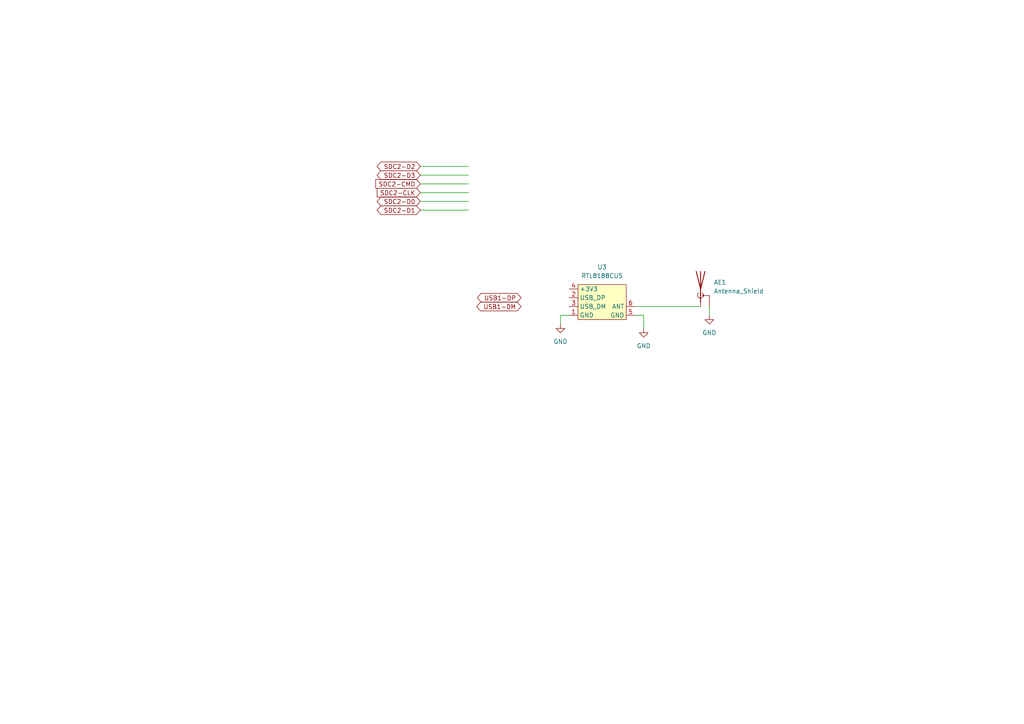
<source format=kicad_sch>
(kicad_sch (version 20211123) (generator eeschema)
  (paper "A4")
  (lib_symbols
    (symbol "Device:Antenna_Shield" (pin_numbers hide) (pin_names (offset 1.016) hide)
      (property "Reference" "AE" (at -1.905 4.445 0))
      (property "Value" "Antenna_Shield" (at -1.905 2.54 0))
      (symbol "Antenna_Shield_0_1"
        (arc (start -0.508 -1.143) (mid -0.8485 -2.1032) (end 0 -2.667))
        (arc (start 0 -2.667) (mid 0.8047 -2.0885) (end 0.508 -1.143))
        (polyline (pts (xy 0 -2.54) (xy 0 0)))
        (polyline (pts (xy 0 5.08) (xy 0 -3.81)) (stroke (width 0.254)))
        (polyline (pts (xy 0.762 -1.905) (xy 2.54 -1.905)))
        (polyline (pts (xy 2.54 -2.54) (xy 2.54 -1.905)))
        (polyline (pts (xy 1.27 5.08) (xy 0 0) (xy -1.27 5.08)) (stroke (width 0.254)))
        (circle (center 0.762 -1.905) (radius 0.1778) (fill (type outline)))
      )
      (symbol "Antenna_Shield_1_1"
        (pin input line (at 0 -5.08 90) (length 2.54) (name "A") (number "1"))
        (pin input line (at 2.54 -5.08 90) (length 2.54) (name "Shield") (number "2"))
      )
    )
    (symbol "power:GND" (power) (pin_names (offset 0))
      (property "Value" "GND" (at 0 -3.81 0))
      (symbol "GND_0_1"
        (polyline (pts (xy 0 0) (xy 0 -1.27) (xy 1.27 -1.27) (xy 0 -2.54) (xy -1.27 -1.27) (xy 0 -1.27)))
      )
      (symbol "GND_1_1"
        (pin power_in line (at 0 0 270) (length 0) hide (name "GND") (number "1"))
      )
    )
    (symbol "wifi:RTL8188CUS"
      (property "Reference" "U" (at -5.08 2.54 0))
      (property "Value" "RTL8188CUS" (at 6.35 2.54 0))
      (symbol "RTL8188CUS_0_1"
        (rectangle (start -7.62 0) (end 6.35 -10.16) (stroke (width 0.1524)) (fill (type background)))
      )
      (symbol "RTL8188CUS_1_1"
        (pin power_in line (at -10.16 -8.89 0) (length 2.54) (name "GND") (number "1"))
        (pin bidirectional line (at -10.16 -3.81 0) (length 2.54) (name "USB_DP") (number "2"))
        (pin bidirectional line (at -10.16 -6.35 0) (length 2.54) (name "USB_DM") (number "3"))
        (pin power_in line (at -10.16 -1.27 0) (length 2.54) (name "+3V3") (number "4"))
        (pin power_in line (at 8.89 -8.89 180) (length 2.54) (name "GND") (number "5"))
        (pin output line (at 8.89 -6.35 180) (length 2.54) (name "ANT") (number "6"))
      )
    )
  )
  (wire (pts (xy 165.1 91.44) (xy 162.56 91.44)))
  (wire (pts (xy 162.56 91.44) (xy 162.56 93.98)))
  (wire (pts (xy 121.92 60.96) (xy 135.89 60.96)))
  (wire (pts (xy 121.92 53.34) (xy 135.89 53.34)))
  (wire (pts (xy 121.92 55.88) (xy 135.89 55.88)))
  (wire (pts (xy 121.92 58.42) (xy 135.89 58.42)))
  (wire (pts (xy 121.92 48.26) (xy 135.89 48.26)))
  (wire (pts (xy 205.74 88.9) (xy 205.74 91.44)))
  (wire (pts (xy 184.15 91.44) (xy 186.69 91.44)))
  (wire (pts (xy 186.69 91.44) (xy 186.69 95.25)))
  (wire (pts (xy 121.92 50.8) (xy 135.89 50.8)))
  (wire (pts (xy 184.15 88.9) (xy 203.2 88.9)))
  (global_label "USB1-DP" (shape bidirectional) (at 151.13 86.36 180) (property "Intersheet References" "${INTERSHEET_REFS}" (effects hide)))
  (global_label "SDC2-D1" (shape bidirectional) (at 121.92 60.96 180) (property "Intersheet References" "${INTERSHEET_REFS}" (effects hide)))
  (global_label "USB1-DM" (shape bidirectional) (at 151.13 88.9 180) (property "Intersheet References" "${INTERSHEET_REFS}" (effects hide)))
  (global_label "SDC2-D3" (shape bidirectional) (at 121.92 50.8 180) (property "Intersheet References" "${INTERSHEET_REFS}" (effects hide)))
  (global_label "SDC2-CLK" (shape input) (at 121.92 55.88 180) (property "Intersheet References" "${INTERSHEET_REFS}" (effects hide)))
  (global_label "SDC2-CMD" (shape input) (at 121.92 53.34 180) (property "Intersheet References" "${INTERSHEET_REFS}" (effects hide)))
  (global_label "SDC2-D0" (shape bidirectional) (at 121.92 58.42 180) (property "Intersheet References" "${INTERSHEET_REFS}" (effects hide)))
  (global_label "SDC2-D2" (shape bidirectional) (at 121.92 48.26 180) (property "Intersheet References" "${INTERSHEET_REFS}" (effects hide)))
  (symbol (lib_id "Device:Antenna_Shield") (at 203.2 83.82 0) (unit 1)
    (property "Reference" "AE1" (at 207.01 81.9149 0) (effects (justify left)))
    (property "Value" "Antenna_Shield" (at 207.01 84.4549 0) (effects (justify left)))
    (property "Footprint" "Connector_Coaxial:U.FL_Hirose_U.FL-R-SMT-1_Vertical" (effects hide))
  )
  (symbol (lib_id "wifi:RTL8188CUS") (at 175.26 82.55 0) (unit 1)
    (property "Reference" "U3" (at 174.625 77.47 0))
    (property "Value" "RTL8188CUS" (at 174.625 80.01 0))
    (property "Footprint" "wifi:RTL8188CUS" (effects hide))
  )
  (symbol (lib_id "power:GND") (at 186.69 95.25 0) (unit 1)
    (property "Reference" "#PWR0151" (effects hide))
    (property "Value" "GND" (at 186.69 100.33 0))
  )
  (symbol (lib_id "power:GND") (at 205.74 91.44 0) (unit 1)
    (property "Reference" "#PWR0159" (effects hide))
    (property "Value" "GND" (at 205.74 96.52 0))
  )
  (symbol (lib_id "power:GND") (at 162.56 93.98 0) (unit 1)
    (property "Reference" "#PWR0114" (effects hide))
    (property "Value" "GND" (at 162.56 99.06 0))
  )
)
</source>
